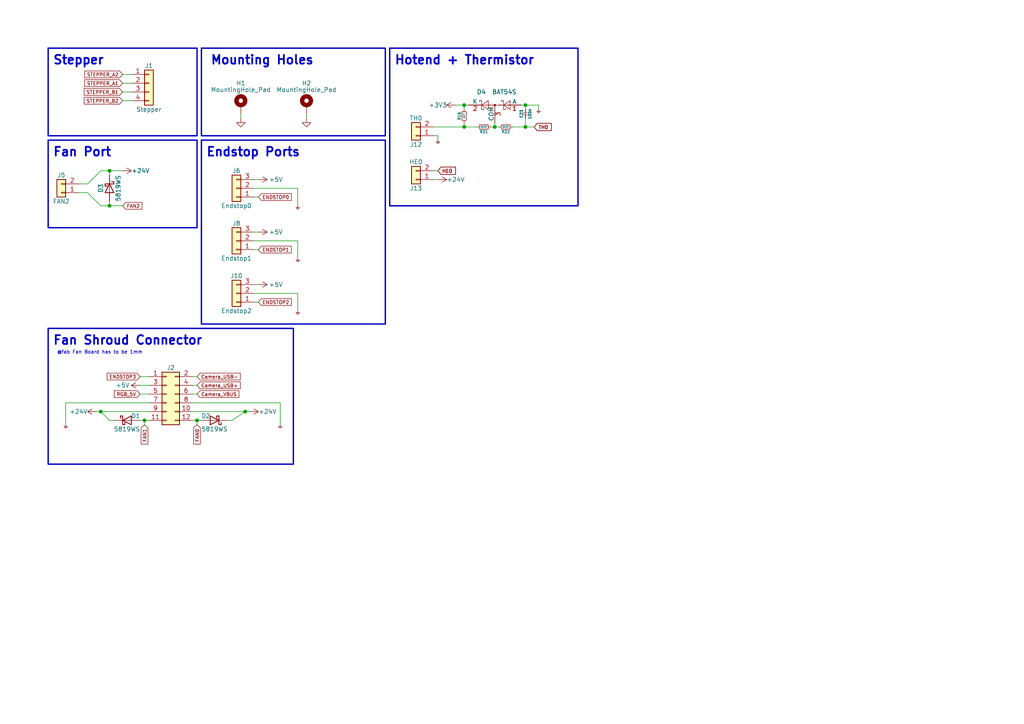
<source format=kicad_sch>
(kicad_sch (version 20230121) (generator eeschema)
  (paper "A4")
  (lib_symbols
    (symbol "Connector_Generic:Conn_01x02" (pin_names (offset 1.016) hide)
      (property "Reference" "J" (at 0 2.54 0))
      (property "Value" "Conn_01x02" (at 0 -5.08 0))
      (symbol "Conn_01x02_1_1"
        (rectangle (start -1.27 -2.413) (end 0 -2.667) (stroke (width 0.1524)))
        (rectangle (start -1.27 0.127) (end 0 -0.127) (stroke (width 0.1524)))
        (rectangle (start -1.27 1.27) (end 1.27 -3.81) (stroke (width 0.254)) (fill (type background)))
        (pin passive line (at -5.08 0 0) (length 3.81) (name "Pin_1") (number "1"))
        (pin passive line (at -5.08 -2.54 0) (length 3.81) (name "Pin_2") (number "2"))
      )
    )
    (symbol "Connector_Generic:Conn_01x03" (pin_names (offset 1.016) hide)
      (property "Reference" "J" (at 0 5.08 0))
      (property "Value" "Conn_01x03" (at 0 -5.08 0))
      (symbol "Conn_01x03_1_1"
        (rectangle (start -1.27 -2.413) (end 0 -2.667) (stroke (width 0.1524)))
        (rectangle (start -1.27 0.127) (end 0 -0.127) (stroke (width 0.1524)))
        (rectangle (start -1.27 2.667) (end 0 2.413) (stroke (width 0.1524)))
        (rectangle (start -1.27 3.81) (end 1.27 -3.81) (stroke (width 0.254)) (fill (type background)))
        (pin passive line (at -5.08 2.54 0) (length 3.81) (name "Pin_1") (number "1"))
        (pin passive line (at -5.08 0 0) (length 3.81) (name "Pin_2") (number "2"))
        (pin passive line (at -5.08 -2.54 0) (length 3.81) (name "Pin_3") (number "3"))
      )
    )
    (symbol "Connector_Generic:Conn_01x04" (pin_names (offset 1.016) hide)
      (property "Reference" "J" (at 0 5.08 0))
      (property "Value" "Conn_01x04" (at 0 -7.62 0))
      (symbol "Conn_01x04_1_1"
        (rectangle (start -1.27 -4.953) (end 0 -5.207) (stroke (width 0.1524)))
        (rectangle (start -1.27 -2.413) (end 0 -2.667) (stroke (width 0.1524)))
        (rectangle (start -1.27 0.127) (end 0 -0.127) (stroke (width 0.1524)))
        (rectangle (start -1.27 2.667) (end 0 2.413) (stroke (width 0.1524)))
        (rectangle (start -1.27 3.81) (end 1.27 -6.35) (stroke (width 0.254)) (fill (type background)))
        (pin passive line (at -5.08 2.54 0) (length 3.81) (name "Pin_1") (number "1"))
        (pin passive line (at -5.08 0 0) (length 3.81) (name "Pin_2") (number "2"))
        (pin passive line (at -5.08 -2.54 0) (length 3.81) (name "Pin_3") (number "3"))
        (pin passive line (at -5.08 -5.08 0) (length 3.81) (name "Pin_4") (number "4"))
      )
    )
    (symbol "Connector_Generic:Conn_02x06_Odd_Even" (pin_names (offset 1.016) hide)
      (property "Reference" "J" (at 1.27 7.62 0))
      (property "Value" "Conn_02x06_Odd_Even" (at 1.27 -10.16 0))
      (symbol "Conn_02x06_Odd_Even_1_1"
        (rectangle (start -1.27 -7.493) (end 0 -7.747) (stroke (width 0.1524)))
        (rectangle (start -1.27 -4.953) (end 0 -5.207) (stroke (width 0.1524)))
        (rectangle (start -1.27 -2.413) (end 0 -2.667) (stroke (width 0.1524)))
        (rectangle (start -1.27 0.127) (end 0 -0.127) (stroke (width 0.1524)))
        (rectangle (start -1.27 2.667) (end 0 2.413) (stroke (width 0.1524)))
        (rectangle (start -1.27 5.207) (end 0 4.953) (stroke (width 0.1524)))
        (rectangle (start -1.27 6.35) (end 3.81 -8.89) (stroke (width 0.254)) (fill (type background)))
        (rectangle (start 3.81 -7.493) (end 2.54 -7.747) (stroke (width 0.1524)))
        (rectangle (start 3.81 -4.953) (end 2.54 -5.207) (stroke (width 0.1524)))
        (rectangle (start 3.81 -2.413) (end 2.54 -2.667) (stroke (width 0.1524)))
        (rectangle (start 3.81 0.127) (end 2.54 -0.127) (stroke (width 0.1524)))
        (rectangle (start 3.81 2.667) (end 2.54 2.413) (stroke (width 0.1524)))
        (rectangle (start 3.81 5.207) (end 2.54 4.953) (stroke (width 0.1524)))
        (pin passive line (at -5.08 5.08 0) (length 3.81) (name "Pin_1") (number "1"))
        (pin passive line (at 7.62 -5.08 180) (length 3.81) (name "Pin_10") (number "10"))
        (pin passive line (at -5.08 -7.62 0) (length 3.81) (name "Pin_11") (number "11"))
        (pin passive line (at 7.62 -7.62 180) (length 3.81) (name "Pin_12") (number "12"))
        (pin passive line (at 7.62 5.08 180) (length 3.81) (name "Pin_2") (number "2"))
        (pin passive line (at -5.08 2.54 0) (length 3.81) (name "Pin_3") (number "3"))
        (pin passive line (at 7.62 2.54 180) (length 3.81) (name "Pin_4") (number "4"))
        (pin passive line (at -5.08 0 0) (length 3.81) (name "Pin_5") (number "5"))
        (pin passive line (at 7.62 0 180) (length 3.81) (name "Pin_6") (number "6"))
        (pin passive line (at -5.08 -2.54 0) (length 3.81) (name "Pin_7") (number "7"))
        (pin passive line (at 7.62 -2.54 180) (length 3.81) (name "Pin_8") (number "8"))
        (pin passive line (at -5.08 -5.08 0) (length 3.81) (name "Pin_9") (number "9"))
      )
    )
    (symbol "Diode:1N5819WS" (pin_numbers hide) (pin_names (offset 1.016) hide)
      (property "Reference" "D" (at 0 2.54 0))
      (property "Value" "1N5819WS" (at 0 -2.54 0))
      (symbol "1N5819WS_0_1"
        (polyline (pts (xy 1.27 0) (xy -1.27 0)))
        (polyline (pts (xy 1.27 1.27) (xy 1.27 -1.27) (xy -1.27 0) (xy 1.27 1.27)) (stroke (width 0.254)))
        (polyline (pts (xy -1.905 0.635) (xy -1.905 1.27) (xy -1.27 1.27) (xy -1.27 -1.27) (xy -0.635 -1.27) (xy -0.635 -0.635)) (stroke (width 0.254)))
      )
      (symbol "1N5819WS_1_1"
        (pin passive line (at -3.81 0 0) (length 2.54) (name "K") (number "1"))
        (pin passive line (at 3.81 0 180) (length 2.54) (name "A") (number "2"))
      )
    )
    (symbol "Diode:BAT54S" (pin_names (offset 0))
      (property "Reference" "D" (at 2.54 -5.08 0))
      (property "Value" "BAT54S" (at -6.35 3.175 0))
      (symbol "BAT54S_0_1"
        (polyline (pts (xy -3.81 0) (xy -1.27 0)))
        (polyline (pts (xy -3.175 -1.27) (xy -3.175 -1.016)))
        (polyline (pts (xy -2.54 -1.27) (xy -3.175 -1.27)))
        (polyline (pts (xy -2.54 -1.27) (xy -2.54 1.27)))
        (polyline (pts (xy -2.54 1.27) (xy -1.905 1.27)))
        (polyline (pts (xy -1.905 0) (xy 1.905 0)))
        (polyline (pts (xy -1.905 1.27) (xy -1.905 1.016)))
        (polyline (pts (xy 1.27 0) (xy 3.81 0)))
        (polyline (pts (xy 3.175 -1.27) (xy 3.175 -1.016)))
        (polyline (pts (xy 3.81 -1.27) (xy 3.175 -1.27)))
        (polyline (pts (xy 3.81 -1.27) (xy 3.81 1.27)))
        (polyline (pts (xy 3.81 1.27) (xy 4.445 1.27)))
        (polyline (pts (xy 4.445 1.27) (xy 4.445 1.016)))
        (polyline (pts (xy -4.445 1.27) (xy -4.445 -1.27) (xy -2.54 0) (xy -4.445 1.27)))
        (polyline (pts (xy 1.905 1.27) (xy 1.905 -1.27) (xy 3.81 0) (xy 1.905 1.27)))
        (circle (center 0 0) (radius 0.254) (fill (type outline)))
      )
      (symbol "BAT54S_1_1"
        (pin passive line (at -7.62 0 0) (length 3.81) (name "A") (number "1"))
        (pin passive line (at 7.62 0 180) (length 3.81) (name "K") (number "2"))
        (pin passive line (at 0 -5.08 90) (length 5.08) (name "COM") (number "3"))
      )
    )
    (symbol "Mechanical:MountingHole_Pad" (pin_numbers hide) (pin_names (offset 1.016) hide)
      (property "Reference" "H" (at 0 6.35 0))
      (property "Value" "MountingHole_Pad" (at 0 4.445 0))
      (symbol "MountingHole_Pad_0_1"
        (circle (center 0 1.27) (radius 1.27) (stroke (width 1.27)))
      )
      (symbol "MountingHole_Pad_1_1"
        (pin input line (at 0 -2.54 90) (length 2.54) (name "1") (number "1"))
      )
    )
    (symbol "power:+24V" (power) (pin_names (offset 0))
      (property "Value" "+24V" (at 0 3.556 0))
      (symbol "+24V_0_1"
        (polyline (pts (xy -0.762 1.27) (xy 0 2.54)))
        (polyline (pts (xy 0 0) (xy 0 2.54)))
        (polyline (pts (xy 0 2.54) (xy 0.762 1.27)))
      )
      (symbol "+24V_1_1"
        (pin power_in line (at 0 0 90) (length 0) hide (name "+24V") (number "1"))
      )
    )
    (symbol "power:+3V3" (power) (pin_names (offset 0))
      (property "Value" "+3V3" (at 0 3.556 0))
      (symbol "+3V3_0_1"
        (polyline (pts (xy -0.762 1.27) (xy 0 2.54)))
        (polyline (pts (xy 0 0) (xy 0 2.54)))
        (polyline (pts (xy 0 2.54) (xy 0.762 1.27)))
      )
      (symbol "+3V3_1_1"
        (pin power_in line (at 0 0 90) (length 0) hide (name "+3V3") (number "1"))
      )
    )
    (symbol "power:+5V" (power) (pin_names (offset 0))
      (property "Value" "+5V" (at 0 3.556 0))
      (symbol "+5V_0_1"
        (polyline (pts (xy -0.762 1.27) (xy 0 2.54)))
        (polyline (pts (xy 0 0) (xy 0 2.54)))
        (polyline (pts (xy 0 2.54) (xy 0.762 1.27)))
      )
      (symbol "+5V_1_1"
        (pin power_in line (at 0 0 90) (length 0) hide (name "+5V") (number "1"))
      )
    )
    (symbol "power:GND" (power) (pin_names (offset 0))
      (property "Value" "GND" (at 0 -3.81 0))
      (symbol "GND_0_1"
        (polyline (pts (xy 0 0) (xy 0 -1.27) (xy 1.27 -1.27) (xy 0 -2.54) (xy -1.27 -1.27) (xy 0 -1.27)))
      )
      (symbol "GND_1_1"
        (pin power_in line (at 0 0 270) (length 0) hide (name "GND") (number "1"))
      )
    )
    (symbol "sh_generics:C" (pin_numbers hide) (pin_names (offset 0.254))
      (property "Reference" "C" (at -1.143 0 90))
      (property "Value" "C" (at 1.27 0 90))
      (symbol "C_0_1"
        (polyline (pts (xy -0.508 -0.254) (xy 0.508 -0.254)))
        (polyline (pts (xy -0.508 0.254) (xy 0.508 0.254)))
      )
      (symbol "C_1_1"
        (pin passive line (at 0 -1.27 90) (length 1) (name "") (number "1"))
        (pin passive line (at 0 1.27 270) (length 1) (name "") (number "2"))
      )
    )
    (symbol "sh_generics:R" (pin_numbers hide) (pin_names (offset 0))
      (property "Reference" "R" (at -1.397 0.635 90))
      (property "Value" "R" (at 0 0.635 90))
      (symbol "R_0_1"
        (rectangle (start -0.635 1.905) (end 0.635 -0.635))
      )
      (symbol "R_1_1"
        (pin passive line (at 0 2.54 270) (length 0.6) (name "") (number "1"))
        (pin passive line (at 0 -1.27 90) (length 0.6) (name "") (number "2"))
      )
    )
    (symbol "sh_power:GND" (power) (pin_names (offset 0))
      (symbol "GND_0_1"
        (polyline (pts (xy 0 0) (xy 0 -0.508) (xy 0.508 -0.508) (xy 0 -1.016) (xy -0.508 -0.508) (xy 0 -0.508)))
      )
      (symbol "GND_1_1"
        (pin power_in line (at 0 0 270) (length 0) hide (name "GND") (number "1"))
      )
    )
  )
  (junction (at 31.75 59.69))
  (junction (at 57.15 121.92))
  (junction (at 41.91 121.92))
  (junction (at 71.12 119.38))
  (junction (at 152.4 30.48))
  (junction (at 134.62 36.83))
  (junction (at 134.62 30.48))
  (junction (at 31.75 49.53))
  (junction (at 29.21 119.38))
  (junction (at 152.4 36.83))
  (junction (at 143.51 36.83))
  (wire (pts (xy 134.62 30.48) (xy 134.62 31.75)))
  (wire (pts (xy 31.75 58.42) (xy 31.75 59.69)))
  (wire (pts (xy 73.66 85.09) (xy 86.36 85.09)))
  (wire (pts (xy 40.64 114.3) (xy 43.18 114.3)))
  (wire (pts (xy 40.64 121.92) (xy 41.91 121.92)))
  (wire (pts (xy 125.73 36.83) (xy 134.62 36.83)))
  (wire (pts (xy 73.66 72.39) (xy 74.93 72.39)))
  (wire (pts (xy 31.75 59.69) (xy 35.56 59.69)))
  (wire (pts (xy 40.64 109.22) (xy 43.18 109.22)))
  (wire (pts (xy 31.75 49.53) (xy 31.75 50.8)))
  (wire (pts (xy 29.21 59.69) (xy 31.75 59.69)))
  (wire (pts (xy 152.4 30.48) (xy 152.4 31.75)))
  (wire (pts (xy 31.75 121.92) (xy 33.02 121.92)))
  (wire (pts (xy 134.62 35.56) (xy 134.62 36.83)))
  (wire (pts (xy 73.66 87.63) (xy 74.93 87.63)))
  (wire (pts (xy 29.21 49.53) (xy 31.75 49.53)))
  (wire (pts (xy 41.91 121.92) (xy 43.18 121.92)))
  (wire (pts (xy 151.13 30.48) (xy 152.4 30.48)))
  (wire (pts (xy 31.75 49.53) (xy 35.56 49.53)))
  (wire (pts (xy 31.75 121.92) (xy 29.21 119.38)))
  (wire (pts (xy 86.36 85.09) (xy 86.36 90.17)))
  (wire (pts (xy 71.12 119.38) (xy 72.39 119.38)))
  (wire (pts (xy 35.56 29.21) (xy 38.1 29.21)))
  (wire (pts (xy 152.4 30.48) (xy 156.21 30.48)))
  (wire (pts (xy 88.9 33.02) (xy 88.9 34.29)))
  (wire (pts (xy 57.15 121.92) (xy 58.42 121.92)))
  (wire (pts (xy 55.88 119.38) (xy 71.12 119.38)))
  (wire (pts (xy 86.36 54.61) (xy 86.36 59.69)))
  (wire (pts (xy 19.05 116.84) (xy 19.05 123.19)))
  (wire (pts (xy 40.64 111.76) (xy 43.18 111.76)))
  (wire (pts (xy 73.66 69.85) (xy 86.36 69.85)))
  (wire (pts (xy 19.05 116.84) (xy 43.18 116.84)))
  (wire (pts (xy 35.56 21.59) (xy 38.1 21.59)))
  (wire (pts (xy 125.73 49.53) (xy 127 49.53)))
  (wire (pts (xy 134.62 30.48) (xy 135.89 30.48)))
  (wire (pts (xy 73.66 57.15) (xy 74.93 57.15)))
  (wire (pts (xy 67.31 121.92) (xy 66.04 121.92)))
  (wire (pts (xy 41.91 121.92) (xy 41.91 123.19)))
  (wire (pts (xy 156.21 30.48) (xy 156.21 31.75)))
  (wire (pts (xy 57.15 114.3) (xy 55.88 114.3)))
  (wire (pts (xy 73.66 82.55) (xy 74.93 82.55)))
  (wire (pts (xy 55.88 121.92) (xy 57.15 121.92)))
  (wire (pts (xy 152.4 36.83) (xy 154.94 36.83)))
  (wire (pts (xy 148.59 36.83) (xy 152.4 36.83)))
  (wire (pts (xy 27.94 119.38) (xy 29.21 119.38)))
  (wire (pts (xy 57.15 111.76) (xy 55.88 111.76)))
  (wire (pts (xy 73.66 54.61) (xy 86.36 54.61)))
  (wire (pts (xy 29.21 59.69) (xy 25.4 55.88)))
  (wire (pts (xy 73.66 52.07) (xy 74.93 52.07)))
  (wire (pts (xy 57.15 109.22) (xy 55.88 109.22)))
  (wire (pts (xy 22.86 55.88) (xy 25.4 55.88)))
  (wire (pts (xy 143.51 35.56) (xy 143.51 36.83)))
  (wire (pts (xy 125.73 52.07) (xy 127 52.07)))
  (wire (pts (xy 127 39.37) (xy 127 40.64)))
  (wire (pts (xy 73.66 67.31) (xy 74.93 67.31)))
  (wire (pts (xy 132.08 30.48) (xy 134.62 30.48)))
  (wire (pts (xy 25.4 53.34) (xy 29.21 49.53)))
  (wire (pts (xy 152.4 34.29) (xy 152.4 36.83)))
  (wire (pts (xy 69.85 33.02) (xy 69.85 34.29)))
  (wire (pts (xy 57.15 121.92) (xy 57.15 123.19)))
  (wire (pts (xy 35.56 24.13) (xy 38.1 24.13)))
  (wire (pts (xy 55.88 116.84) (xy 81.28 116.84)))
  (wire (pts (xy 134.62 36.83) (xy 138.43 36.83)))
  (wire (pts (xy 86.36 69.85) (xy 86.36 74.93)))
  (wire (pts (xy 35.56 26.67) (xy 38.1 26.67)))
  (wire (pts (xy 142.24 36.83) (xy 143.51 36.83)))
  (wire (pts (xy 29.21 119.38) (xy 43.18 119.38)))
  (wire (pts (xy 81.28 116.84) (xy 81.28 123.19)))
  (wire (pts (xy 22.86 53.34) (xy 25.4 53.34)))
  (wire (pts (xy 125.73 39.37) (xy 127 39.37)))
  (wire (pts (xy 143.51 36.83) (xy 144.78 36.83)))
  (wire (pts (xy 67.31 121.92) (xy 71.12 119.38)))
  (rectangle (start 58.42 13.97) (end 111.76 39.37) (stroke (width 0.4)))
  (rectangle (start 13.97 95.25) (end 85.09 134.62) (stroke (width 0.4)))
  (rectangle (start 13.97 40.64) (end 57.15 66.04) (stroke (width 0.4)))
  (rectangle (start 13.97 13.97) (end 57.15 39.37) (stroke (width 0.4)))
  (rectangle (start 113.03 13.97) (end 167.64 59.69) (stroke (width 0.4)))
  (rectangle (start 58.42 40.64) (end 111.76 93.98) (stroke (width 0.4)))
  (text "Fan Shroud Connector" (at 15.24 100.33 0) (effects (font (size 2.54 2.54) bold) (justify left bottom)))
  (text "Fan Port" (at 15.24 45.72 0) (effects (font (size 2.54 2.54) bold) (justify left bottom)))
  (text "Hotend + Thermistor" (at 114.3 19.05 0) (effects (font (size 2.54 2.54) bold) (justify left bottom)))
  (text "@fab Fan Board has to be 1mm" (at 16.51 102.87 0) (effects (font (size 1 1)) (justify left bottom)))
  (text "Endstop Ports" (at 59.69 45.72 0) (effects (font (size 2.54 2.54) bold) (justify left bottom)))
  (text "Mounting Holes" (at 60.96 19.05 0) (effects (font (size 2.54 2.54) (thickness 0.508) bold) (justify left bottom)))
  (text "Stepper" (at 15.24 19.05 0) (effects (font (size 2.54 2.54) (thickness 0.508) bold) (justify left bottom)))
  (global_label "STEPPER_B2" (shape input) (at 35.56 29.21 180) (effects (font (size 1 1))) (property "Intersheetrefs" "${INTERSHEET_REFS}" (effects hide)))
  (global_label "ENDSTOP3" (shape input) (at 40.64 109.22 180) (effects (font (size 1 1))) (property "Intersheetrefs" "${INTERSHEET_REFS}" (effects hide)))
  (global_label "FAN0" (shape input) (at 57.15 123.19 270) (effects (font (size 1 1))) (property "Intersheetrefs" "${INTERSHEET_REFS}" (effects hide)))
  (global_label "STEPPER_A2" (shape input) (at 35.56 21.59 180) (effects (font (size 1 1))) (property "Intersheetrefs" "${INTERSHEET_REFS}" (effects hide)))
  (global_label "STEPPER_B1" (shape input) (at 35.56 26.67 180) (effects (font (size 1 1))) (property "Intersheetrefs" "${INTERSHEET_REFS}" (effects hide)))
  (global_label "RGB_5V" (shape input) (at 40.64 114.3 180) (effects (font (size 1 1))) (property "Intersheetrefs" "${INTERSHEET_REFS}" (effects hide)))
  (global_label "HE0" (shape input) (at 127 49.53 0) (effects (font (size 1 1) bold)) (property "Intersheetrefs" "${INTERSHEET_REFS}" (effects hide)))
  (global_label "Camera_VBUS" (shape input) (at 57.15 114.3 0) (effects (font (size 1 1))) (property "Intersheetrefs" "${INTERSHEET_REFS}" (effects hide)))
  (global_label "ENDSTOP0" (shape input) (at 74.93 57.15 0) (effects (font (size 1 1))) (property "Intersheetrefs" "${INTERSHEET_REFS}" (effects hide)))
  (global_label "FAN1" (shape input) (at 41.91 123.19 270) (effects (font (size 1 1))) (property "Intersheetrefs" "${INTERSHEET_REFS}" (effects hide)))
  (global_label "STEPPER_A1" (shape input) (at 35.56 24.13 180) (effects (font (size 1 1))) (property "Intersheetrefs" "${INTERSHEET_REFS}" (effects hide)))
  (global_label "TH0" (shape input) (at 154.94 36.83 0) (effects (font (size 1 1) bold)) (property "Intersheetrefs" "${INTERSHEET_REFS}" (effects hide)))
  (global_label "Camera_USB+" (shape input) (at 57.15 111.76 0) (effects (font (size 1 1))) (property "Intersheetrefs" "${INTERSHEET_REFS}" (effects hide)))
  (global_label "ENDSTOP2" (shape input) (at 74.93 87.63 0) (effects (font (size 1 1))) (property "Intersheetrefs" "${INTERSHEET_REFS}" (effects hide)))
  (global_label "Camera_USB-" (shape input) (at 57.15 109.22 0) (effects (font (size 1 1))) (property "Intersheetrefs" "${INTERSHEET_REFS}" (effects hide)))
  (global_label "ENDSTOP1" (shape input) (at 74.93 72.39 0) (effects (font (size 1 1))) (property "Intersheetrefs" "${INTERSHEET_REFS}" (effects hide)))
  (global_label "FAN2" (shape input) (at 35.56 59.69 0) (effects (font (size 1 1))) (property "Intersheetrefs" "${INTERSHEET_REFS}" (effects hide)))
  (symbol (lib_id "Diode:1N5819WS") (at 62.23 121.92 180) (unit 1)
    (property "Reference" "D2" (at 59.69 120.65 0))
    (property "Value" "5819WS" (at 62.23 124.46 0))
    (property "Footprint" "Diode_SMD:D_SOD-323" (effects hide))
    (property "Datasheet" "https://datasheet.lcsc.com/lcsc/2204281430_Guangdong-Hottech-1N5819WS_C191023.pdf" (effects hide))
  )
  (symbol (lib_id "sh_power:GND") (at 86.36 59.69 0) (mirror y) (unit 1)
    (property "Reference" "#PWR021" (effects hide))
    (property "Value" "GND" (effects hide))
  )
  (symbol (lib_id "Connector_Generic:Conn_01x03") (at 68.58 54.61 180) (unit 1)
    (property "Reference" "J6" (at 68.58 49.53 0))
    (property "Value" "Endstop0" (at 68.58 59.69 0))
    (property "Footprint" "Connector_JST:JST_PH_B3B-PH-K_1x03_P2.00mm_Vertical" (effects hide))
  )
  (symbol (lib_id "Diode:BAT54S") (at 143.51 30.48 0) (mirror y) (unit 1)
    (property "Reference" "D4" (at 140.97 26.67 0) (effects (justify left)))
    (property "Value" "BAT54S" (at 149.86 26.67 0) (effects (justify left)))
    (property "Footprint" "Package_TO_SOT_SMD:SOT-23" (effects hide))
    (property "Datasheet" "https://www.diodes.com/assets/Datasheets/ds11005.pdf" (effects hide))
  )
  (symbol (lib_id "power:+5V") (at 74.93 67.31 270) (unit 1)
    (property "Reference" "#PWR030" (effects hide))
    (property "Value" "+5V" (at 80.01 67.31 90))
  )
  (symbol (lib_id "Connector_Generic:Conn_02x06_Odd_Even") (at 48.26 114.3 0) (unit 1)
    (property "Reference" "J2" (at 49.53 106.68 0))
    (property "Value" "Conn_02x06_Odd_Even" (effects hide))
    (property "Footprint" "Connector_PinSocket_2.00mm:PinSocket_2x06_P2.00mm_Horizontal" (effects hide))
  )
  (symbol (lib_id "Connector_Generic:Conn_01x03") (at 68.58 85.09 180) (unit 1)
    (property "Reference" "J10" (at 68.58 80.01 0))
    (property "Value" "Endstop2" (at 68.58 90.17 0))
    (property "Footprint" "Connector_JST:JST_PH_B3B-PH-K_1x03_P2.00mm_Vertical" (effects hide))
  )
  (symbol (lib_id "sh_power:GND") (at 19.05 123.19 0) (unit 1)
    (property "Reference" "#PWR061" (effects hide))
    (property "Value" "GND" (effects hide))
  )
  (symbol (lib_id "sh_power:GND") (at 86.36 74.93 0) (mirror y) (unit 1)
    (property "Reference" "#PWR028" (effects hide))
    (property "Value" "GND" (effects hide))
  )
  (symbol (lib_id "sh_power:GND") (at 81.28 123.19 0) (unit 1)
    (property "Reference" "#PWR056" (effects hide))
    (property "Value" "GND" (effects hide))
  )
  (symbol (lib_id "Diode:1N5819WS") (at 36.83 121.92 0) (unit 1)
    (property "Reference" "D1" (at 39.37 120.65 0))
    (property "Value" "5819WS" (at 36.83 124.46 0))
    (property "Footprint" "Diode_SMD:D_SOD-323" (effects hide))
    (property "Datasheet" "https://datasheet.lcsc.com/lcsc/2204281430_Guangdong-Hottech-1N5819WS_C191023.pdf" (effects hide))
  )
  (symbol (lib_id "power:GND") (at 69.85 34.29 0) (mirror y) (unit 1)
    (property "Reference" "#PWR09" (effects hide))
    (property "Value" "GND" (effects hide))
    (instances (project "VoronToolheadPCB" (path "" (reference "#PWR09") (unit 1)) (path "" (reference "#PWR079") (unit 1)) (path "" (reference "#PWR080") (unit 1))))
  )
  (symbol (lib_id "power:+24V") (at 72.39 119.38 270) (unit 1)
    (property "Reference" "#PWR053" (effects hide))
    (property "Value" "+24V" (at 74.93 119.38 90) (effects (justify left)))
  )
  (symbol (lib_id "power:+24V") (at 35.56 49.53 270) (unit 1)
    (property "Reference" "#PWR013" (effects hide))
    (property "Value" "+24V" (at 38.1 49.53 90) (effects (justify left)))
  )
  (symbol (lib_id "power:+3V3") (at 132.08 30.48 90) (unit 1)
    (property "Reference" "#PWR035" (effects hide))
    (property "Value" "+3V3" (at 127 30.48 90))
  )
  (symbol (lib_id "Diode:1N5819WS") (at 31.75 54.61 270) (unit 1)
    (property "Reference" "D3" (at 29.21 54.61 0))
    (property "Value" "5819WS" (at 34.29 54.61 0))
    (property "Footprint" "Diode_SMD:D_SOD-323" (effects hide))
    (property "Datasheet" "https://datasheet.lcsc.com/lcsc/2204281430_Guangdong-Hottech-1N5819WS_C191023.pdf" (effects hide))
  )
  (symbol (lib_id "power:+24V") (at 127 52.07 270) (unit 1)
    (property "Reference" "#PWR062" (effects hide))
    (property "Value" "+24V" (at 129.54 52.07 90) (effects (justify left)))
  )
  (symbol (lib_id "power:+24V") (at 27.94 119.38 90) (unit 1)
    (property "Reference" "#PWR010" (effects hide))
    (property "Value" "+24V" (at 25.4 119.38 90) (effects (justify left)))
  )
  (symbol (lib_id "sh_generics:R") (at 140.97 36.83 90) (unit 1)
    (property "Reference" "R21" (at 140.335 38.227 90) (effects (font (size 0.8 0.8))))
    (property "Value" "2K37" (at 140.335 36.83 90) (effects (font (size 0.5 0.5))))
    (property "Footprint" "Resistor_SMD:R_0402_1005Metric" (effects hide))
  )
  (symbol (lib_id "Connector_Generic:Conn_01x02") (at 17.78 55.88 180) (unit 1)
    (property "Reference" "J5" (at 17.78 50.8 0))
    (property "Value" "FAN2" (at 17.78 58.42 0))
    (property "Footprint" "Connector_JST:JST_PH_B2B-PH-K_1x02_P2.00mm_Vertical" (effects hide))
  )
  (symbol (lib_id "sh_power:GND") (at 156.21 31.75 0) (unit 1)
    (property "Reference" "#PWR036" (effects hide))
    (property "Value" "GND" (effects hide))
  )
  (symbol (lib_id "sh_power:GND") (at 127 40.64 0) (unit 1)
    (property "Reference" "#PWR066" (effects hide))
    (property "Value" "GND" (effects hide))
  )
  (symbol (lib_id "sh_generics:R") (at 147.32 36.83 90) (unit 1)
    (property "Reference" "R22" (at 146.685 38.227 90) (effects (font (size 0.8 0.8))))
    (property "Value" "2K37" (at 146.685 36.83 90) (effects (font (size 0.5 0.5))))
    (property "Footprint" "Resistor_SMD:R_0402_1005Metric" (effects hide))
  )
  (symbol (lib_id "sh_generics:C") (at 152.4 33.02 0) (unit 1)
    (property "Reference" "C23" (at 151.257 33.02 90) (effects (font (size 0.8 0.8))))
    (property "Value" "100n" (at 153.67 33.02 90) (effects (font (size 0.8 0.8))))
    (property "Footprint" "Capacitor_SMD:C_0402_1005Metric" (effects hide))
  )
  (symbol (lib_id "sh_generics:R") (at 134.62 34.29 0) (unit 1)
    (property "Reference" "R16" (at 133.223 33.655 90) (effects (font (size 0.8 0.8))))
    (property "Value" "4K7" (at 134.62 33.655 90) (effects (font (size 0.5 0.5))))
    (property "Footprint" "Resistor_SMD:R_0402_1005Metric" (effects hide))
  )
  (symbol (lib_id "Connector_Generic:Conn_01x02") (at 120.65 39.37 180) (unit 1)
    (property "Reference" "J12" (at 120.65 41.91 0))
    (property "Value" "TH0" (at 120.65 34.29 0))
    (property "Footprint" "Connector_JST:JST_PH_S2B-PH-SM4-TB_1x02-1MP_P2.00mm_Horizontal" (effects hide))
  )
  (symbol (lib_id "sh_power:GND") (at 86.36 90.17 0) (mirror y) (unit 1)
    (property "Reference" "#PWR031" (effects hide))
    (property "Value" "GND" (effects hide))
  )
  (symbol (lib_id "Mechanical:MountingHole_Pad") (at 69.85 30.48 0) (unit 1)
    (property "Reference" "H1" (at 69.85 24.13 0))
    (property "Value" "MountingHole_Pad" (at 69.85 26.035 0))
    (property "Footprint" "MountingHole:MountingHole_3.2mm_M3_DIN965_Pad" (effects hide))
  )
  (symbol (lib_id "Connector_Generic:Conn_01x04") (at 43.18 24.13 0) (unit 1)
    (property "Reference" "J1" (at 43.18 19.05 0))
    (property "Value" "Stepper" (at 43.18 31.75 0))
    (property "Footprint" "Connector_JST:JST_PH_B4B-PH-SM4-TB_1x04-1MP_P2.00mm_Vertical" (effects hide))
  )
  (symbol (lib_id "power:+5V") (at 74.93 82.55 270) (unit 1)
    (property "Reference" "#PWR033" (effects hide))
    (property "Value" "+5V" (at 80.01 82.55 90))
  )
  (symbol (lib_id "power:GND") (at 88.9 34.29 0) (mirror y) (unit 1)
    (property "Reference" "#PWR09" (effects hide))
    (property "Value" "GND" (effects hide))
    (instances (project "VoronToolheadPCB" (path "" (reference "#PWR09") (unit 1)) (path "" (reference "#PWR079") (unit 1)) (path "" (reference "#PWR081") (unit 1))))
  )
  (symbol (lib_id "Connector_Generic:Conn_01x02") (at 120.65 52.07 180) (unit 1)
    (property "Reference" "J13" (at 120.65 54.61 0))
    (property "Value" "HE0" (at 120.65 46.99 0))
    (property "Footprint" "Connector_Molex:Molex_Micro-Fit_3.0_43650-0200_1x02_P3.00mm_Horizontal" (effects hide))
  )
  (symbol (lib_id "Connector_Generic:Conn_01x03") (at 68.58 69.85 180) (unit 1)
    (property "Reference" "J8" (at 68.58 64.77 0))
    (property "Value" "Endstop1" (at 68.58 74.93 0))
    (property "Footprint" "Connector_JST:JST_PH_B3B-PH-K_1x03_P2.00mm_Vertical" (effects hide))
  )
  (symbol (lib_id "power:+5V") (at 40.64 111.76 90) (unit 1)
    (property "Reference" "#PWR08" (effects hide))
    (property "Value" "+5V" (at 35.56 111.76 90))
  )
  (symbol (lib_id "Mechanical:MountingHole_Pad") (at 88.9 30.48 0) (unit 1)
    (property "Reference" "H2" (at 88.9 24.13 0))
    (property "Value" "MountingHole_Pad" (at 88.9 26.035 0))
    (property "Footprint" "MountingHole:MountingHole_3.2mm_M3_DIN965_Pad" (effects hide))
  )
  (symbol (lib_id "power:+5V") (at 74.93 52.07 270) (unit 1)
    (property "Reference" "#PWR027" (effects hide))
    (property "Value" "+5V" (at 80.01 52.07 90))
  )
)
</source>
